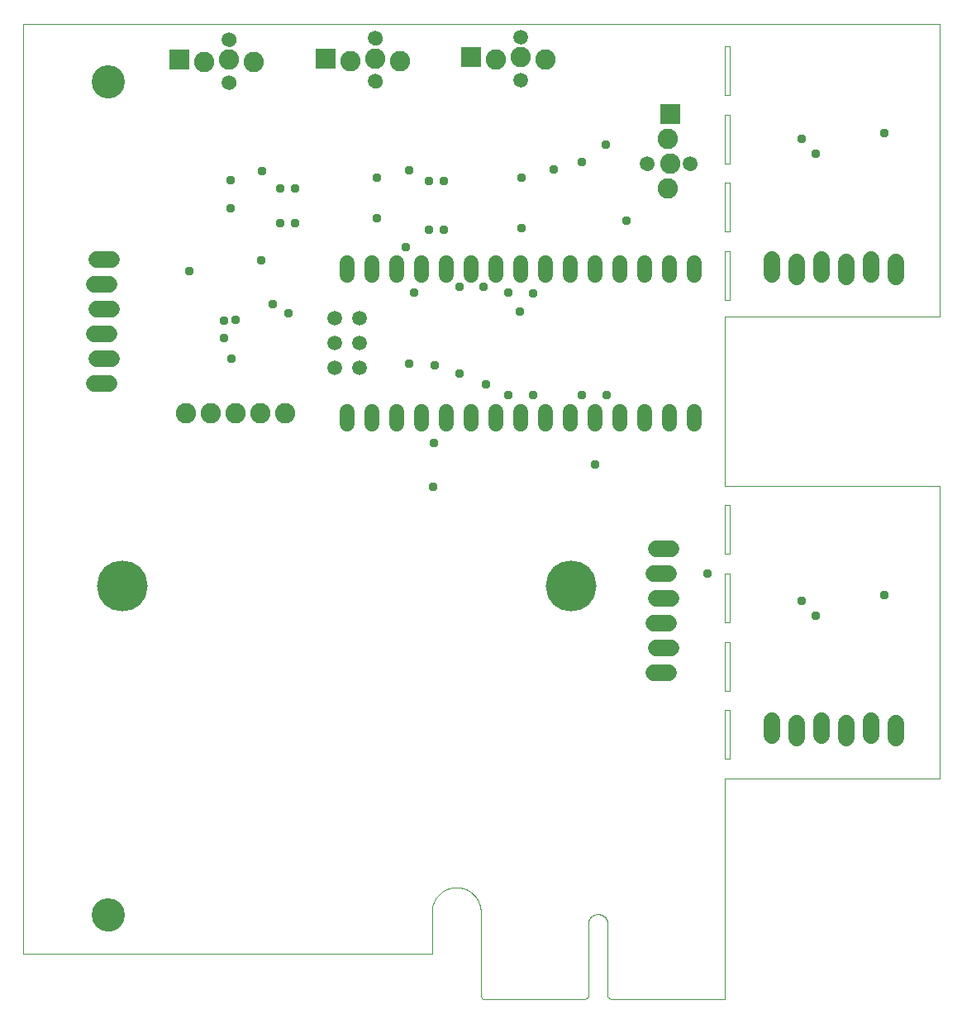
<source format=gbs>
G04 EAGLE Gerber RS-274X export*
G75*
%MOMM*%
%FSLAX34Y34*%
%LPD*%
%INSolder Mask bottom*%
%IPPOS*%
%AMOC8*
5,1,8,0,0,1.08239X$1,22.5*%
G01*
%ADD10C,0.000000*%
%ADD11C,3.403200*%
%ADD12C,0.000003*%
%ADD13C,1.511200*%
%ADD14C,1.511200*%
%ADD15C,1.727200*%
%ADD16R,2.082800X2.082800*%
%ADD17C,2.082800*%
%ADD18C,1.503200*%
%ADD19C,5.203200*%
%ADD20C,0.959600*%


D10*
X-317900Y87150D02*
X-317895Y87543D01*
X-317881Y87935D01*
X-317857Y88327D01*
X-317823Y88718D01*
X-317780Y89109D01*
X-317727Y89498D01*
X-317664Y89885D01*
X-317593Y90271D01*
X-317511Y90656D01*
X-317421Y91038D01*
X-317320Y91417D01*
X-317211Y91795D01*
X-317092Y92169D01*
X-316965Y92540D01*
X-316828Y92908D01*
X-316682Y93273D01*
X-316527Y93634D01*
X-316364Y93991D01*
X-316192Y94344D01*
X-316011Y94692D01*
X-315821Y95036D01*
X-315624Y95376D01*
X-315418Y95710D01*
X-315204Y96039D01*
X-314981Y96363D01*
X-314751Y96681D01*
X-314514Y96994D01*
X-314268Y97300D01*
X-314015Y97601D01*
X-313755Y97895D01*
X-313488Y98183D01*
X-313214Y98464D01*
X-312933Y98738D01*
X-312645Y99005D01*
X-312351Y99265D01*
X-312050Y99518D01*
X-311744Y99764D01*
X-311431Y100001D01*
X-311113Y100231D01*
X-310789Y100454D01*
X-310460Y100668D01*
X-310126Y100874D01*
X-309786Y101071D01*
X-309442Y101261D01*
X-309094Y101442D01*
X-308741Y101614D01*
X-308384Y101777D01*
X-308023Y101932D01*
X-307658Y102078D01*
X-307290Y102215D01*
X-306919Y102342D01*
X-306545Y102461D01*
X-306167Y102570D01*
X-305788Y102671D01*
X-305406Y102761D01*
X-305021Y102843D01*
X-304635Y102914D01*
X-304248Y102977D01*
X-303859Y103030D01*
X-303468Y103073D01*
X-303077Y103107D01*
X-302685Y103131D01*
X-302293Y103145D01*
X-301900Y103150D01*
X-301507Y103145D01*
X-301115Y103131D01*
X-300723Y103107D01*
X-300332Y103073D01*
X-299941Y103030D01*
X-299552Y102977D01*
X-299165Y102914D01*
X-298779Y102843D01*
X-298394Y102761D01*
X-298012Y102671D01*
X-297633Y102570D01*
X-297255Y102461D01*
X-296881Y102342D01*
X-296510Y102215D01*
X-296142Y102078D01*
X-295777Y101932D01*
X-295416Y101777D01*
X-295059Y101614D01*
X-294706Y101442D01*
X-294358Y101261D01*
X-294014Y101071D01*
X-293674Y100874D01*
X-293340Y100668D01*
X-293011Y100454D01*
X-292687Y100231D01*
X-292369Y100001D01*
X-292056Y99764D01*
X-291750Y99518D01*
X-291449Y99265D01*
X-291155Y99005D01*
X-290867Y98738D01*
X-290586Y98464D01*
X-290312Y98183D01*
X-290045Y97895D01*
X-289785Y97601D01*
X-289532Y97300D01*
X-289286Y96994D01*
X-289049Y96681D01*
X-288819Y96363D01*
X-288596Y96039D01*
X-288382Y95710D01*
X-288176Y95376D01*
X-287979Y95036D01*
X-287789Y94692D01*
X-287608Y94344D01*
X-287436Y93991D01*
X-287273Y93634D01*
X-287118Y93273D01*
X-286972Y92908D01*
X-286835Y92540D01*
X-286708Y92169D01*
X-286589Y91795D01*
X-286480Y91417D01*
X-286379Y91038D01*
X-286289Y90656D01*
X-286207Y90271D01*
X-286136Y89885D01*
X-286073Y89498D01*
X-286020Y89109D01*
X-285977Y88718D01*
X-285943Y88327D01*
X-285919Y87935D01*
X-285905Y87543D01*
X-285900Y87150D01*
X-285905Y86757D01*
X-285919Y86365D01*
X-285943Y85973D01*
X-285977Y85582D01*
X-286020Y85191D01*
X-286073Y84802D01*
X-286136Y84415D01*
X-286207Y84029D01*
X-286289Y83644D01*
X-286379Y83262D01*
X-286480Y82883D01*
X-286589Y82505D01*
X-286708Y82131D01*
X-286835Y81760D01*
X-286972Y81392D01*
X-287118Y81027D01*
X-287273Y80666D01*
X-287436Y80309D01*
X-287608Y79956D01*
X-287789Y79608D01*
X-287979Y79264D01*
X-288176Y78924D01*
X-288382Y78590D01*
X-288596Y78261D01*
X-288819Y77937D01*
X-289049Y77619D01*
X-289286Y77306D01*
X-289532Y77000D01*
X-289785Y76699D01*
X-290045Y76405D01*
X-290312Y76117D01*
X-290586Y75836D01*
X-290867Y75562D01*
X-291155Y75295D01*
X-291449Y75035D01*
X-291750Y74782D01*
X-292056Y74536D01*
X-292369Y74299D01*
X-292687Y74069D01*
X-293011Y73846D01*
X-293340Y73632D01*
X-293674Y73426D01*
X-294014Y73229D01*
X-294358Y73039D01*
X-294706Y72858D01*
X-295059Y72686D01*
X-295416Y72523D01*
X-295777Y72368D01*
X-296142Y72222D01*
X-296510Y72085D01*
X-296881Y71958D01*
X-297255Y71839D01*
X-297633Y71730D01*
X-298012Y71629D01*
X-298394Y71539D01*
X-298779Y71457D01*
X-299165Y71386D01*
X-299552Y71323D01*
X-299941Y71270D01*
X-300332Y71227D01*
X-300723Y71193D01*
X-301115Y71169D01*
X-301507Y71155D01*
X-301900Y71150D01*
X-302293Y71155D01*
X-302685Y71169D01*
X-303077Y71193D01*
X-303468Y71227D01*
X-303859Y71270D01*
X-304248Y71323D01*
X-304635Y71386D01*
X-305021Y71457D01*
X-305406Y71539D01*
X-305788Y71629D01*
X-306167Y71730D01*
X-306545Y71839D01*
X-306919Y71958D01*
X-307290Y72085D01*
X-307658Y72222D01*
X-308023Y72368D01*
X-308384Y72523D01*
X-308741Y72686D01*
X-309094Y72858D01*
X-309442Y73039D01*
X-309786Y73229D01*
X-310126Y73426D01*
X-310460Y73632D01*
X-310789Y73846D01*
X-311113Y74069D01*
X-311431Y74299D01*
X-311744Y74536D01*
X-312050Y74782D01*
X-312351Y75035D01*
X-312645Y75295D01*
X-312933Y75562D01*
X-313214Y75836D01*
X-313488Y76117D01*
X-313755Y76405D01*
X-314015Y76699D01*
X-314268Y77000D01*
X-314514Y77306D01*
X-314751Y77619D01*
X-314981Y77937D01*
X-315204Y78261D01*
X-315418Y78590D01*
X-315624Y78924D01*
X-315821Y79264D01*
X-316011Y79608D01*
X-316192Y79956D01*
X-316364Y80309D01*
X-316527Y80666D01*
X-316682Y81027D01*
X-316828Y81392D01*
X-316965Y81760D01*
X-317092Y82131D01*
X-317211Y82505D01*
X-317320Y82883D01*
X-317421Y83262D01*
X-317511Y83644D01*
X-317593Y84029D01*
X-317664Y84415D01*
X-317727Y84802D01*
X-317780Y85191D01*
X-317823Y85582D01*
X-317857Y85973D01*
X-317881Y86365D01*
X-317895Y86757D01*
X-317900Y87150D01*
D11*
X-301900Y87150D03*
D10*
X-317900Y941050D02*
X-317895Y941443D01*
X-317881Y941835D01*
X-317857Y942227D01*
X-317823Y942618D01*
X-317780Y943009D01*
X-317727Y943398D01*
X-317664Y943785D01*
X-317593Y944171D01*
X-317511Y944556D01*
X-317421Y944938D01*
X-317320Y945317D01*
X-317211Y945695D01*
X-317092Y946069D01*
X-316965Y946440D01*
X-316828Y946808D01*
X-316682Y947173D01*
X-316527Y947534D01*
X-316364Y947891D01*
X-316192Y948244D01*
X-316011Y948592D01*
X-315821Y948936D01*
X-315624Y949276D01*
X-315418Y949610D01*
X-315204Y949939D01*
X-314981Y950263D01*
X-314751Y950581D01*
X-314514Y950894D01*
X-314268Y951200D01*
X-314015Y951501D01*
X-313755Y951795D01*
X-313488Y952083D01*
X-313214Y952364D01*
X-312933Y952638D01*
X-312645Y952905D01*
X-312351Y953165D01*
X-312050Y953418D01*
X-311744Y953664D01*
X-311431Y953901D01*
X-311113Y954131D01*
X-310789Y954354D01*
X-310460Y954568D01*
X-310126Y954774D01*
X-309786Y954971D01*
X-309442Y955161D01*
X-309094Y955342D01*
X-308741Y955514D01*
X-308384Y955677D01*
X-308023Y955832D01*
X-307658Y955978D01*
X-307290Y956115D01*
X-306919Y956242D01*
X-306545Y956361D01*
X-306167Y956470D01*
X-305788Y956571D01*
X-305406Y956661D01*
X-305021Y956743D01*
X-304635Y956814D01*
X-304248Y956877D01*
X-303859Y956930D01*
X-303468Y956973D01*
X-303077Y957007D01*
X-302685Y957031D01*
X-302293Y957045D01*
X-301900Y957050D01*
X-301507Y957045D01*
X-301115Y957031D01*
X-300723Y957007D01*
X-300332Y956973D01*
X-299941Y956930D01*
X-299552Y956877D01*
X-299165Y956814D01*
X-298779Y956743D01*
X-298394Y956661D01*
X-298012Y956571D01*
X-297633Y956470D01*
X-297255Y956361D01*
X-296881Y956242D01*
X-296510Y956115D01*
X-296142Y955978D01*
X-295777Y955832D01*
X-295416Y955677D01*
X-295059Y955514D01*
X-294706Y955342D01*
X-294358Y955161D01*
X-294014Y954971D01*
X-293674Y954774D01*
X-293340Y954568D01*
X-293011Y954354D01*
X-292687Y954131D01*
X-292369Y953901D01*
X-292056Y953664D01*
X-291750Y953418D01*
X-291449Y953165D01*
X-291155Y952905D01*
X-290867Y952638D01*
X-290586Y952364D01*
X-290312Y952083D01*
X-290045Y951795D01*
X-289785Y951501D01*
X-289532Y951200D01*
X-289286Y950894D01*
X-289049Y950581D01*
X-288819Y950263D01*
X-288596Y949939D01*
X-288382Y949610D01*
X-288176Y949276D01*
X-287979Y948936D01*
X-287789Y948592D01*
X-287608Y948244D01*
X-287436Y947891D01*
X-287273Y947534D01*
X-287118Y947173D01*
X-286972Y946808D01*
X-286835Y946440D01*
X-286708Y946069D01*
X-286589Y945695D01*
X-286480Y945317D01*
X-286379Y944938D01*
X-286289Y944556D01*
X-286207Y944171D01*
X-286136Y943785D01*
X-286073Y943398D01*
X-286020Y943009D01*
X-285977Y942618D01*
X-285943Y942227D01*
X-285919Y941835D01*
X-285905Y941443D01*
X-285900Y941050D01*
X-285905Y940657D01*
X-285919Y940265D01*
X-285943Y939873D01*
X-285977Y939482D01*
X-286020Y939091D01*
X-286073Y938702D01*
X-286136Y938315D01*
X-286207Y937929D01*
X-286289Y937544D01*
X-286379Y937162D01*
X-286480Y936783D01*
X-286589Y936405D01*
X-286708Y936031D01*
X-286835Y935660D01*
X-286972Y935292D01*
X-287118Y934927D01*
X-287273Y934566D01*
X-287436Y934209D01*
X-287608Y933856D01*
X-287789Y933508D01*
X-287979Y933164D01*
X-288176Y932824D01*
X-288382Y932490D01*
X-288596Y932161D01*
X-288819Y931837D01*
X-289049Y931519D01*
X-289286Y931206D01*
X-289532Y930900D01*
X-289785Y930599D01*
X-290045Y930305D01*
X-290312Y930017D01*
X-290586Y929736D01*
X-290867Y929462D01*
X-291155Y929195D01*
X-291449Y928935D01*
X-291750Y928682D01*
X-292056Y928436D01*
X-292369Y928199D01*
X-292687Y927969D01*
X-293011Y927746D01*
X-293340Y927532D01*
X-293674Y927326D01*
X-294014Y927129D01*
X-294358Y926939D01*
X-294706Y926758D01*
X-295059Y926586D01*
X-295416Y926423D01*
X-295777Y926268D01*
X-296142Y926122D01*
X-296510Y925985D01*
X-296881Y925858D01*
X-297255Y925739D01*
X-297633Y925630D01*
X-298012Y925529D01*
X-298394Y925439D01*
X-298779Y925357D01*
X-299165Y925286D01*
X-299552Y925223D01*
X-299941Y925170D01*
X-300332Y925127D01*
X-300723Y925093D01*
X-301115Y925069D01*
X-301507Y925055D01*
X-301900Y925050D01*
X-302293Y925055D01*
X-302685Y925069D01*
X-303077Y925093D01*
X-303468Y925127D01*
X-303859Y925170D01*
X-304248Y925223D01*
X-304635Y925286D01*
X-305021Y925357D01*
X-305406Y925439D01*
X-305788Y925529D01*
X-306167Y925630D01*
X-306545Y925739D01*
X-306919Y925858D01*
X-307290Y925985D01*
X-307658Y926122D01*
X-308023Y926268D01*
X-308384Y926423D01*
X-308741Y926586D01*
X-309094Y926758D01*
X-309442Y926939D01*
X-309786Y927129D01*
X-310126Y927326D01*
X-310460Y927532D01*
X-310789Y927746D01*
X-311113Y927969D01*
X-311431Y928199D01*
X-311744Y928436D01*
X-312050Y928682D01*
X-312351Y928935D01*
X-312645Y929195D01*
X-312933Y929462D01*
X-313214Y929736D01*
X-313488Y930017D01*
X-313755Y930305D01*
X-314015Y930599D01*
X-314268Y930900D01*
X-314514Y931206D01*
X-314751Y931519D01*
X-314981Y931837D01*
X-315204Y932161D01*
X-315418Y932490D01*
X-315624Y932824D01*
X-315821Y933164D01*
X-316011Y933508D01*
X-316192Y933856D01*
X-316364Y934209D01*
X-316527Y934566D01*
X-316682Y934927D01*
X-316828Y935292D01*
X-316965Y935660D01*
X-317092Y936031D01*
X-317211Y936405D01*
X-317320Y936783D01*
X-317421Y937162D01*
X-317511Y937544D01*
X-317593Y937929D01*
X-317664Y938315D01*
X-317727Y938702D01*
X-317780Y939091D01*
X-317823Y939482D01*
X-317857Y939873D01*
X-317881Y940265D01*
X-317895Y940657D01*
X-317900Y941050D01*
D11*
X-301900Y941050D03*
D12*
X79900Y90500D02*
X79900Y3500D01*
X81900Y500D01*
X186900Y500D01*
X209900Y3500D02*
X209900Y78000D01*
X189900Y3500D02*
X186900Y500D01*
X209900Y3500D02*
X212900Y500D01*
X330000Y500D01*
X209900Y78000D02*
X209897Y78244D01*
X209888Y78487D01*
X209873Y78730D01*
X209853Y78973D01*
X209826Y79215D01*
X209793Y79456D01*
X209755Y79696D01*
X209711Y79936D01*
X209661Y80174D01*
X209605Y80411D01*
X209543Y80647D01*
X209476Y80881D01*
X209403Y81113D01*
X209324Y81344D01*
X209240Y81572D01*
X209150Y81799D01*
X209055Y82023D01*
X208954Y82245D01*
X208848Y82464D01*
X208737Y82680D01*
X208620Y82894D01*
X208499Y83105D01*
X208372Y83313D01*
X208240Y83518D01*
X208103Y83719D01*
X207961Y83917D01*
X207815Y84112D01*
X207664Y84303D01*
X207508Y84490D01*
X207348Y84673D01*
X207183Y84853D01*
X207014Y85028D01*
X206841Y85199D01*
X206663Y85366D01*
X206482Y85528D01*
X206297Y85686D01*
X206108Y85840D01*
X205915Y85989D01*
X205719Y86133D01*
X205519Y86272D01*
X205316Y86407D01*
X205109Y86536D01*
X204900Y86660D01*
X204688Y86779D01*
X204472Y86893D01*
X204255Y87002D01*
X204034Y87105D01*
X203811Y87203D01*
X203586Y87296D01*
X203358Y87383D01*
X203129Y87464D01*
X202897Y87540D01*
X202664Y87610D01*
X202429Y87675D01*
X202193Y87734D01*
X201955Y87787D01*
X201716Y87834D01*
X201476Y87875D01*
X201235Y87910D01*
X200994Y87940D01*
X200751Y87964D01*
X200508Y87981D01*
X200265Y87993D01*
X200022Y87999D01*
X199778Y87999D01*
X199535Y87993D01*
X199292Y87981D01*
X199049Y87964D01*
X198806Y87940D01*
X198565Y87910D01*
X198324Y87875D01*
X198084Y87834D01*
X197845Y87787D01*
X197607Y87734D01*
X197371Y87675D01*
X197136Y87610D01*
X196903Y87540D01*
X196671Y87464D01*
X196442Y87383D01*
X196214Y87296D01*
X195989Y87203D01*
X195766Y87105D01*
X195545Y87002D01*
X195328Y86893D01*
X195112Y86779D01*
X194900Y86660D01*
X194691Y86536D01*
X194484Y86407D01*
X194281Y86272D01*
X194081Y86133D01*
X193885Y85989D01*
X193692Y85840D01*
X193503Y85686D01*
X193318Y85528D01*
X193137Y85366D01*
X192959Y85199D01*
X192786Y85028D01*
X192617Y84853D01*
X192452Y84673D01*
X192292Y84490D01*
X192136Y84303D01*
X191985Y84112D01*
X191839Y83917D01*
X191697Y83719D01*
X191560Y83518D01*
X191428Y83313D01*
X191301Y83105D01*
X191180Y82894D01*
X191063Y82680D01*
X190952Y82464D01*
X190846Y82245D01*
X190745Y82023D01*
X190650Y81799D01*
X190560Y81572D01*
X190476Y81344D01*
X190397Y81113D01*
X190324Y80881D01*
X190257Y80647D01*
X190195Y80411D01*
X190139Y80174D01*
X190089Y79936D01*
X190045Y79696D01*
X190007Y79456D01*
X189974Y79215D01*
X189947Y78973D01*
X189927Y78730D01*
X189912Y78487D01*
X189903Y78244D01*
X189900Y78000D01*
X54900Y115500D02*
X54296Y115493D01*
X53692Y115471D01*
X53089Y115434D01*
X52487Y115383D01*
X51887Y115318D01*
X51288Y115238D01*
X50691Y115143D01*
X50097Y115034D01*
X49505Y114911D01*
X48917Y114774D01*
X48332Y114622D01*
X47751Y114456D01*
X47175Y114276D01*
X46602Y114083D01*
X46035Y113875D01*
X45473Y113654D01*
X44916Y113420D01*
X44365Y113172D01*
X43820Y112911D01*
X43282Y112636D01*
X42750Y112349D01*
X42226Y112049D01*
X41709Y111737D01*
X41200Y111412D01*
X40698Y111075D01*
X40205Y110725D01*
X39721Y110364D01*
X39245Y109992D01*
X38779Y109608D01*
X38322Y109213D01*
X37875Y108807D01*
X37437Y108390D01*
X37010Y107963D01*
X36593Y107525D01*
X36187Y107078D01*
X35792Y106621D01*
X35408Y106155D01*
X35036Y105679D01*
X34675Y105195D01*
X34325Y104702D01*
X33988Y104200D01*
X33663Y103691D01*
X33351Y103174D01*
X33051Y102650D01*
X32764Y102118D01*
X32489Y101580D01*
X32228Y101035D01*
X31980Y100484D01*
X31746Y99927D01*
X31525Y99365D01*
X31317Y98798D01*
X31124Y98225D01*
X30944Y97649D01*
X30778Y97068D01*
X30626Y96483D01*
X30489Y95895D01*
X30366Y95303D01*
X30257Y94709D01*
X30162Y94112D01*
X30082Y93513D01*
X30017Y92913D01*
X29966Y92311D01*
X29929Y91708D01*
X29907Y91104D01*
X29900Y90500D01*
X54900Y115500D02*
X55504Y115493D01*
X56108Y115471D01*
X56711Y115434D01*
X57313Y115383D01*
X57913Y115318D01*
X58512Y115238D01*
X59109Y115143D01*
X59703Y115034D01*
X60295Y114911D01*
X60883Y114774D01*
X61468Y114622D01*
X62049Y114456D01*
X62625Y114276D01*
X63198Y114083D01*
X63765Y113875D01*
X64327Y113654D01*
X64884Y113420D01*
X65435Y113172D01*
X65980Y112911D01*
X66518Y112636D01*
X67050Y112349D01*
X67574Y112049D01*
X68091Y111737D01*
X68600Y111412D01*
X69102Y111075D01*
X69595Y110725D01*
X70079Y110364D01*
X70555Y109992D01*
X71021Y109608D01*
X71478Y109213D01*
X71925Y108807D01*
X72363Y108390D01*
X72790Y107963D01*
X73207Y107525D01*
X73613Y107078D01*
X74008Y106621D01*
X74392Y106155D01*
X74764Y105679D01*
X75125Y105195D01*
X75475Y104702D01*
X75812Y104200D01*
X76137Y103691D01*
X76449Y103174D01*
X76749Y102650D01*
X77036Y102118D01*
X77311Y101580D01*
X77572Y101035D01*
X77820Y100484D01*
X78054Y99927D01*
X78275Y99365D01*
X78483Y98798D01*
X78676Y98225D01*
X78856Y97649D01*
X79022Y97068D01*
X79174Y96483D01*
X79311Y95895D01*
X79434Y95303D01*
X79543Y94709D01*
X79638Y94112D01*
X79718Y93513D01*
X79783Y92913D01*
X79834Y92311D01*
X79871Y91708D01*
X79893Y91104D01*
X79900Y90500D01*
X29900Y90500D02*
X29900Y47500D01*
X-389090Y47500D02*
X-389090Y1000030D01*
X330000Y1000030D01*
X189900Y78000D02*
X189900Y3500D01*
X-389090Y47498D02*
X-389090Y47500D01*
X29900Y47500D01*
D10*
X330000Y700000D02*
X550000Y700000D01*
X550000Y1000030D01*
X330000Y1000030D01*
X330000Y227050D02*
X550000Y227050D01*
X550000Y527050D01*
X330000Y527050D01*
X330000Y227050D02*
X330000Y500D01*
X330000Y527050D02*
X330000Y700000D01*
X335000Y297050D02*
X335000Y247050D01*
X330000Y247050D01*
X330000Y297050D02*
X335000Y297050D01*
X330000Y297050D02*
X330000Y247050D01*
X335000Y317050D02*
X335000Y367050D01*
X335000Y317050D02*
X330000Y317050D01*
X330000Y367050D02*
X335000Y367050D01*
X330000Y367050D02*
X330000Y317050D01*
X335000Y387050D02*
X335000Y437050D01*
X335000Y387050D02*
X330000Y387050D01*
X330000Y437050D02*
X335000Y437050D01*
X330000Y437050D02*
X330000Y387050D01*
X335000Y457050D02*
X335000Y507050D01*
X335000Y457050D02*
X330000Y457050D01*
X330000Y507050D02*
X335000Y507050D01*
X330000Y507050D02*
X330000Y457050D01*
X335000Y717050D02*
X335000Y767050D01*
X335000Y717050D02*
X330000Y717050D01*
X330000Y767050D02*
X335000Y767050D01*
X330000Y767050D02*
X330000Y717050D01*
X335000Y787050D02*
X335000Y837050D01*
X335000Y787050D02*
X330000Y787050D01*
X330000Y837050D02*
X335000Y837050D01*
X330000Y837050D02*
X330000Y787050D01*
X335000Y857050D02*
X335000Y907050D01*
X335000Y857050D02*
X330000Y857050D01*
X330000Y907050D02*
X335000Y907050D01*
X330000Y907050D02*
X330000Y857050D01*
X335000Y927050D02*
X335000Y977050D01*
X335000Y927050D02*
X330000Y927050D01*
X330000Y977050D02*
X335000Y977050D01*
X330000Y977050D02*
X330000Y927050D01*
D13*
X-57020Y603190D02*
X-57020Y590110D01*
X-31620Y590110D02*
X-31620Y603190D01*
X-6220Y603190D02*
X-6220Y590110D01*
X19180Y590110D02*
X19180Y603190D01*
X44580Y603190D02*
X44580Y590110D01*
X69980Y590110D02*
X69980Y603190D01*
X95380Y603190D02*
X95380Y590110D01*
X120780Y590110D02*
X120780Y603190D01*
X146180Y603190D02*
X146180Y590110D01*
X171580Y590110D02*
X171580Y603190D01*
X196980Y603190D02*
X196980Y590110D01*
X222380Y590110D02*
X222380Y603190D01*
X-57020Y742510D02*
X-57020Y755590D01*
X-31620Y755590D02*
X-31620Y742510D01*
X-6220Y742510D02*
X-6220Y755590D01*
X146180Y755590D02*
X146180Y742510D01*
X171580Y742510D02*
X171580Y755590D01*
X196980Y755590D02*
X196980Y742510D01*
X222380Y742510D02*
X222380Y755590D01*
X298580Y755590D02*
X298580Y742510D01*
X298580Y603190D02*
X298580Y590110D01*
X273180Y590110D02*
X273180Y603190D01*
X247780Y603190D02*
X247780Y590110D01*
X273180Y742510D02*
X273180Y755590D01*
X247780Y755590D02*
X247780Y742510D01*
X19180Y742510D02*
X19180Y755590D01*
D14*
X-44320Y698250D03*
X-44320Y672850D03*
X-44320Y647450D03*
D13*
X120780Y742510D02*
X120780Y755590D01*
X95380Y755590D02*
X95380Y742510D01*
X69980Y742510D02*
X69980Y755590D01*
X44580Y755590D02*
X44580Y742510D01*
D14*
X-69720Y698250D03*
X-69720Y672850D03*
X-69720Y647450D03*
D15*
X-298500Y758570D02*
X-313740Y758570D01*
X-316280Y733170D02*
X-301040Y733170D01*
X-298500Y707770D02*
X-313740Y707770D01*
X-316280Y682370D02*
X-301040Y682370D01*
X-298500Y656970D02*
X-313740Y656970D01*
X-316280Y631570D02*
X-301040Y631570D01*
X257510Y335650D02*
X272750Y335650D01*
X275290Y361050D02*
X260050Y361050D01*
X257510Y386450D02*
X272750Y386450D01*
X275290Y411850D02*
X260050Y411850D01*
X257510Y437250D02*
X272750Y437250D01*
X275290Y462650D02*
X260050Y462650D01*
D16*
X-228600Y963210D03*
D17*
X-203200Y960670D03*
X-177800Y963210D03*
X-152400Y960670D03*
D10*
X-184300Y983940D02*
X-184298Y984101D01*
X-184292Y984261D01*
X-184282Y984422D01*
X-184268Y984582D01*
X-184250Y984742D01*
X-184229Y984901D01*
X-184203Y985060D01*
X-184173Y985218D01*
X-184140Y985375D01*
X-184102Y985532D01*
X-184061Y985687D01*
X-184016Y985841D01*
X-183967Y985994D01*
X-183914Y986146D01*
X-183858Y986297D01*
X-183797Y986446D01*
X-183734Y986594D01*
X-183666Y986740D01*
X-183595Y986884D01*
X-183521Y987026D01*
X-183443Y987167D01*
X-183361Y987305D01*
X-183276Y987442D01*
X-183188Y987576D01*
X-183096Y987708D01*
X-183001Y987838D01*
X-182903Y987966D01*
X-182802Y988091D01*
X-182698Y988213D01*
X-182591Y988333D01*
X-182481Y988450D01*
X-182368Y988565D01*
X-182252Y988676D01*
X-182133Y988785D01*
X-182012Y988890D01*
X-181888Y988993D01*
X-181762Y989093D01*
X-181634Y989189D01*
X-181503Y989282D01*
X-181369Y989372D01*
X-181234Y989459D01*
X-181096Y989542D01*
X-180957Y989622D01*
X-180815Y989698D01*
X-180672Y989771D01*
X-180527Y989840D01*
X-180380Y989906D01*
X-180232Y989968D01*
X-180082Y990026D01*
X-179931Y990081D01*
X-179778Y990132D01*
X-179624Y990179D01*
X-179469Y990222D01*
X-179313Y990261D01*
X-179157Y990297D01*
X-178999Y990328D01*
X-178841Y990356D01*
X-178682Y990380D01*
X-178522Y990400D01*
X-178362Y990416D01*
X-178202Y990428D01*
X-178041Y990436D01*
X-177880Y990440D01*
X-177720Y990440D01*
X-177559Y990436D01*
X-177398Y990428D01*
X-177238Y990416D01*
X-177078Y990400D01*
X-176918Y990380D01*
X-176759Y990356D01*
X-176601Y990328D01*
X-176443Y990297D01*
X-176287Y990261D01*
X-176131Y990222D01*
X-175976Y990179D01*
X-175822Y990132D01*
X-175669Y990081D01*
X-175518Y990026D01*
X-175368Y989968D01*
X-175220Y989906D01*
X-175073Y989840D01*
X-174928Y989771D01*
X-174785Y989698D01*
X-174643Y989622D01*
X-174504Y989542D01*
X-174366Y989459D01*
X-174231Y989372D01*
X-174097Y989282D01*
X-173966Y989189D01*
X-173838Y989093D01*
X-173712Y988993D01*
X-173588Y988890D01*
X-173467Y988785D01*
X-173348Y988676D01*
X-173232Y988565D01*
X-173119Y988450D01*
X-173009Y988333D01*
X-172902Y988213D01*
X-172798Y988091D01*
X-172697Y987966D01*
X-172599Y987838D01*
X-172504Y987708D01*
X-172412Y987576D01*
X-172324Y987442D01*
X-172239Y987305D01*
X-172157Y987167D01*
X-172079Y987026D01*
X-172005Y986884D01*
X-171934Y986740D01*
X-171866Y986594D01*
X-171803Y986446D01*
X-171742Y986297D01*
X-171686Y986146D01*
X-171633Y985994D01*
X-171584Y985841D01*
X-171539Y985687D01*
X-171498Y985532D01*
X-171460Y985375D01*
X-171427Y985218D01*
X-171397Y985060D01*
X-171371Y984901D01*
X-171350Y984742D01*
X-171332Y984582D01*
X-171318Y984422D01*
X-171308Y984261D01*
X-171302Y984101D01*
X-171300Y983940D01*
X-171302Y983779D01*
X-171308Y983619D01*
X-171318Y983458D01*
X-171332Y983298D01*
X-171350Y983138D01*
X-171371Y982979D01*
X-171397Y982820D01*
X-171427Y982662D01*
X-171460Y982505D01*
X-171498Y982348D01*
X-171539Y982193D01*
X-171584Y982039D01*
X-171633Y981886D01*
X-171686Y981734D01*
X-171742Y981583D01*
X-171803Y981434D01*
X-171866Y981286D01*
X-171934Y981140D01*
X-172005Y980996D01*
X-172079Y980854D01*
X-172157Y980713D01*
X-172239Y980575D01*
X-172324Y980438D01*
X-172412Y980304D01*
X-172504Y980172D01*
X-172599Y980042D01*
X-172697Y979914D01*
X-172798Y979789D01*
X-172902Y979667D01*
X-173009Y979547D01*
X-173119Y979430D01*
X-173232Y979315D01*
X-173348Y979204D01*
X-173467Y979095D01*
X-173588Y978990D01*
X-173712Y978887D01*
X-173838Y978787D01*
X-173966Y978691D01*
X-174097Y978598D01*
X-174231Y978508D01*
X-174366Y978421D01*
X-174504Y978338D01*
X-174643Y978258D01*
X-174785Y978182D01*
X-174928Y978109D01*
X-175073Y978040D01*
X-175220Y977974D01*
X-175368Y977912D01*
X-175518Y977854D01*
X-175669Y977799D01*
X-175822Y977748D01*
X-175976Y977701D01*
X-176131Y977658D01*
X-176287Y977619D01*
X-176443Y977583D01*
X-176601Y977552D01*
X-176759Y977524D01*
X-176918Y977500D01*
X-177078Y977480D01*
X-177238Y977464D01*
X-177398Y977452D01*
X-177559Y977444D01*
X-177720Y977440D01*
X-177880Y977440D01*
X-178041Y977444D01*
X-178202Y977452D01*
X-178362Y977464D01*
X-178522Y977480D01*
X-178682Y977500D01*
X-178841Y977524D01*
X-178999Y977552D01*
X-179157Y977583D01*
X-179313Y977619D01*
X-179469Y977658D01*
X-179624Y977701D01*
X-179778Y977748D01*
X-179931Y977799D01*
X-180082Y977854D01*
X-180232Y977912D01*
X-180380Y977974D01*
X-180527Y978040D01*
X-180672Y978109D01*
X-180815Y978182D01*
X-180957Y978258D01*
X-181096Y978338D01*
X-181234Y978421D01*
X-181369Y978508D01*
X-181503Y978598D01*
X-181634Y978691D01*
X-181762Y978787D01*
X-181888Y978887D01*
X-182012Y978990D01*
X-182133Y979095D01*
X-182252Y979204D01*
X-182368Y979315D01*
X-182481Y979430D01*
X-182591Y979547D01*
X-182698Y979667D01*
X-182802Y979789D01*
X-182903Y979914D01*
X-183001Y980042D01*
X-183096Y980172D01*
X-183188Y980304D01*
X-183276Y980438D01*
X-183361Y980575D01*
X-183443Y980713D01*
X-183521Y980854D01*
X-183595Y980996D01*
X-183666Y981140D01*
X-183734Y981286D01*
X-183797Y981434D01*
X-183858Y981583D01*
X-183914Y981734D01*
X-183967Y981886D01*
X-184016Y982039D01*
X-184061Y982193D01*
X-184102Y982348D01*
X-184140Y982505D01*
X-184173Y982662D01*
X-184203Y982820D01*
X-184229Y982979D01*
X-184250Y983138D01*
X-184268Y983298D01*
X-184282Y983458D01*
X-184292Y983619D01*
X-184298Y983779D01*
X-184300Y983940D01*
D18*
X-177800Y983940D03*
D10*
X-184300Y939940D02*
X-184298Y940101D01*
X-184292Y940261D01*
X-184282Y940422D01*
X-184268Y940582D01*
X-184250Y940742D01*
X-184229Y940901D01*
X-184203Y941060D01*
X-184173Y941218D01*
X-184140Y941375D01*
X-184102Y941532D01*
X-184061Y941687D01*
X-184016Y941841D01*
X-183967Y941994D01*
X-183914Y942146D01*
X-183858Y942297D01*
X-183797Y942446D01*
X-183734Y942594D01*
X-183666Y942740D01*
X-183595Y942884D01*
X-183521Y943026D01*
X-183443Y943167D01*
X-183361Y943305D01*
X-183276Y943442D01*
X-183188Y943576D01*
X-183096Y943708D01*
X-183001Y943838D01*
X-182903Y943966D01*
X-182802Y944091D01*
X-182698Y944213D01*
X-182591Y944333D01*
X-182481Y944450D01*
X-182368Y944565D01*
X-182252Y944676D01*
X-182133Y944785D01*
X-182012Y944890D01*
X-181888Y944993D01*
X-181762Y945093D01*
X-181634Y945189D01*
X-181503Y945282D01*
X-181369Y945372D01*
X-181234Y945459D01*
X-181096Y945542D01*
X-180957Y945622D01*
X-180815Y945698D01*
X-180672Y945771D01*
X-180527Y945840D01*
X-180380Y945906D01*
X-180232Y945968D01*
X-180082Y946026D01*
X-179931Y946081D01*
X-179778Y946132D01*
X-179624Y946179D01*
X-179469Y946222D01*
X-179313Y946261D01*
X-179157Y946297D01*
X-178999Y946328D01*
X-178841Y946356D01*
X-178682Y946380D01*
X-178522Y946400D01*
X-178362Y946416D01*
X-178202Y946428D01*
X-178041Y946436D01*
X-177880Y946440D01*
X-177720Y946440D01*
X-177559Y946436D01*
X-177398Y946428D01*
X-177238Y946416D01*
X-177078Y946400D01*
X-176918Y946380D01*
X-176759Y946356D01*
X-176601Y946328D01*
X-176443Y946297D01*
X-176287Y946261D01*
X-176131Y946222D01*
X-175976Y946179D01*
X-175822Y946132D01*
X-175669Y946081D01*
X-175518Y946026D01*
X-175368Y945968D01*
X-175220Y945906D01*
X-175073Y945840D01*
X-174928Y945771D01*
X-174785Y945698D01*
X-174643Y945622D01*
X-174504Y945542D01*
X-174366Y945459D01*
X-174231Y945372D01*
X-174097Y945282D01*
X-173966Y945189D01*
X-173838Y945093D01*
X-173712Y944993D01*
X-173588Y944890D01*
X-173467Y944785D01*
X-173348Y944676D01*
X-173232Y944565D01*
X-173119Y944450D01*
X-173009Y944333D01*
X-172902Y944213D01*
X-172798Y944091D01*
X-172697Y943966D01*
X-172599Y943838D01*
X-172504Y943708D01*
X-172412Y943576D01*
X-172324Y943442D01*
X-172239Y943305D01*
X-172157Y943167D01*
X-172079Y943026D01*
X-172005Y942884D01*
X-171934Y942740D01*
X-171866Y942594D01*
X-171803Y942446D01*
X-171742Y942297D01*
X-171686Y942146D01*
X-171633Y941994D01*
X-171584Y941841D01*
X-171539Y941687D01*
X-171498Y941532D01*
X-171460Y941375D01*
X-171427Y941218D01*
X-171397Y941060D01*
X-171371Y940901D01*
X-171350Y940742D01*
X-171332Y940582D01*
X-171318Y940422D01*
X-171308Y940261D01*
X-171302Y940101D01*
X-171300Y939940D01*
X-171302Y939779D01*
X-171308Y939619D01*
X-171318Y939458D01*
X-171332Y939298D01*
X-171350Y939138D01*
X-171371Y938979D01*
X-171397Y938820D01*
X-171427Y938662D01*
X-171460Y938505D01*
X-171498Y938348D01*
X-171539Y938193D01*
X-171584Y938039D01*
X-171633Y937886D01*
X-171686Y937734D01*
X-171742Y937583D01*
X-171803Y937434D01*
X-171866Y937286D01*
X-171934Y937140D01*
X-172005Y936996D01*
X-172079Y936854D01*
X-172157Y936713D01*
X-172239Y936575D01*
X-172324Y936438D01*
X-172412Y936304D01*
X-172504Y936172D01*
X-172599Y936042D01*
X-172697Y935914D01*
X-172798Y935789D01*
X-172902Y935667D01*
X-173009Y935547D01*
X-173119Y935430D01*
X-173232Y935315D01*
X-173348Y935204D01*
X-173467Y935095D01*
X-173588Y934990D01*
X-173712Y934887D01*
X-173838Y934787D01*
X-173966Y934691D01*
X-174097Y934598D01*
X-174231Y934508D01*
X-174366Y934421D01*
X-174504Y934338D01*
X-174643Y934258D01*
X-174785Y934182D01*
X-174928Y934109D01*
X-175073Y934040D01*
X-175220Y933974D01*
X-175368Y933912D01*
X-175518Y933854D01*
X-175669Y933799D01*
X-175822Y933748D01*
X-175976Y933701D01*
X-176131Y933658D01*
X-176287Y933619D01*
X-176443Y933583D01*
X-176601Y933552D01*
X-176759Y933524D01*
X-176918Y933500D01*
X-177078Y933480D01*
X-177238Y933464D01*
X-177398Y933452D01*
X-177559Y933444D01*
X-177720Y933440D01*
X-177880Y933440D01*
X-178041Y933444D01*
X-178202Y933452D01*
X-178362Y933464D01*
X-178522Y933480D01*
X-178682Y933500D01*
X-178841Y933524D01*
X-178999Y933552D01*
X-179157Y933583D01*
X-179313Y933619D01*
X-179469Y933658D01*
X-179624Y933701D01*
X-179778Y933748D01*
X-179931Y933799D01*
X-180082Y933854D01*
X-180232Y933912D01*
X-180380Y933974D01*
X-180527Y934040D01*
X-180672Y934109D01*
X-180815Y934182D01*
X-180957Y934258D01*
X-181096Y934338D01*
X-181234Y934421D01*
X-181369Y934508D01*
X-181503Y934598D01*
X-181634Y934691D01*
X-181762Y934787D01*
X-181888Y934887D01*
X-182012Y934990D01*
X-182133Y935095D01*
X-182252Y935204D01*
X-182368Y935315D01*
X-182481Y935430D01*
X-182591Y935547D01*
X-182698Y935667D01*
X-182802Y935789D01*
X-182903Y935914D01*
X-183001Y936042D01*
X-183096Y936172D01*
X-183188Y936304D01*
X-183276Y936438D01*
X-183361Y936575D01*
X-183443Y936713D01*
X-183521Y936854D01*
X-183595Y936996D01*
X-183666Y937140D01*
X-183734Y937286D01*
X-183797Y937434D01*
X-183858Y937583D01*
X-183914Y937734D01*
X-183967Y937886D01*
X-184016Y938039D01*
X-184061Y938193D01*
X-184102Y938348D01*
X-184140Y938505D01*
X-184173Y938662D01*
X-184203Y938820D01*
X-184229Y938979D01*
X-184250Y939138D01*
X-184268Y939298D01*
X-184282Y939458D01*
X-184292Y939619D01*
X-184298Y939779D01*
X-184300Y939940D01*
D18*
X-177800Y939940D03*
D16*
X-78740Y964480D03*
D17*
X-53340Y961940D03*
X-27940Y964480D03*
X-2540Y961940D03*
D10*
X-34440Y985210D02*
X-34438Y985371D01*
X-34432Y985531D01*
X-34422Y985692D01*
X-34408Y985852D01*
X-34390Y986012D01*
X-34369Y986171D01*
X-34343Y986330D01*
X-34313Y986488D01*
X-34280Y986645D01*
X-34242Y986802D01*
X-34201Y986957D01*
X-34156Y987111D01*
X-34107Y987264D01*
X-34054Y987416D01*
X-33998Y987567D01*
X-33937Y987716D01*
X-33874Y987864D01*
X-33806Y988010D01*
X-33735Y988154D01*
X-33661Y988296D01*
X-33583Y988437D01*
X-33501Y988575D01*
X-33416Y988712D01*
X-33328Y988846D01*
X-33236Y988978D01*
X-33141Y989108D01*
X-33043Y989236D01*
X-32942Y989361D01*
X-32838Y989483D01*
X-32731Y989603D01*
X-32621Y989720D01*
X-32508Y989835D01*
X-32392Y989946D01*
X-32273Y990055D01*
X-32152Y990160D01*
X-32028Y990263D01*
X-31902Y990363D01*
X-31774Y990459D01*
X-31643Y990552D01*
X-31509Y990642D01*
X-31374Y990729D01*
X-31236Y990812D01*
X-31097Y990892D01*
X-30955Y990968D01*
X-30812Y991041D01*
X-30667Y991110D01*
X-30520Y991176D01*
X-30372Y991238D01*
X-30222Y991296D01*
X-30071Y991351D01*
X-29918Y991402D01*
X-29764Y991449D01*
X-29609Y991492D01*
X-29453Y991531D01*
X-29297Y991567D01*
X-29139Y991598D01*
X-28981Y991626D01*
X-28822Y991650D01*
X-28662Y991670D01*
X-28502Y991686D01*
X-28342Y991698D01*
X-28181Y991706D01*
X-28020Y991710D01*
X-27860Y991710D01*
X-27699Y991706D01*
X-27538Y991698D01*
X-27378Y991686D01*
X-27218Y991670D01*
X-27058Y991650D01*
X-26899Y991626D01*
X-26741Y991598D01*
X-26583Y991567D01*
X-26427Y991531D01*
X-26271Y991492D01*
X-26116Y991449D01*
X-25962Y991402D01*
X-25809Y991351D01*
X-25658Y991296D01*
X-25508Y991238D01*
X-25360Y991176D01*
X-25213Y991110D01*
X-25068Y991041D01*
X-24925Y990968D01*
X-24783Y990892D01*
X-24644Y990812D01*
X-24506Y990729D01*
X-24371Y990642D01*
X-24237Y990552D01*
X-24106Y990459D01*
X-23978Y990363D01*
X-23852Y990263D01*
X-23728Y990160D01*
X-23607Y990055D01*
X-23488Y989946D01*
X-23372Y989835D01*
X-23259Y989720D01*
X-23149Y989603D01*
X-23042Y989483D01*
X-22938Y989361D01*
X-22837Y989236D01*
X-22739Y989108D01*
X-22644Y988978D01*
X-22552Y988846D01*
X-22464Y988712D01*
X-22379Y988575D01*
X-22297Y988437D01*
X-22219Y988296D01*
X-22145Y988154D01*
X-22074Y988010D01*
X-22006Y987864D01*
X-21943Y987716D01*
X-21882Y987567D01*
X-21826Y987416D01*
X-21773Y987264D01*
X-21724Y987111D01*
X-21679Y986957D01*
X-21638Y986802D01*
X-21600Y986645D01*
X-21567Y986488D01*
X-21537Y986330D01*
X-21511Y986171D01*
X-21490Y986012D01*
X-21472Y985852D01*
X-21458Y985692D01*
X-21448Y985531D01*
X-21442Y985371D01*
X-21440Y985210D01*
X-21442Y985049D01*
X-21448Y984889D01*
X-21458Y984728D01*
X-21472Y984568D01*
X-21490Y984408D01*
X-21511Y984249D01*
X-21537Y984090D01*
X-21567Y983932D01*
X-21600Y983775D01*
X-21638Y983618D01*
X-21679Y983463D01*
X-21724Y983309D01*
X-21773Y983156D01*
X-21826Y983004D01*
X-21882Y982853D01*
X-21943Y982704D01*
X-22006Y982556D01*
X-22074Y982410D01*
X-22145Y982266D01*
X-22219Y982124D01*
X-22297Y981983D01*
X-22379Y981845D01*
X-22464Y981708D01*
X-22552Y981574D01*
X-22644Y981442D01*
X-22739Y981312D01*
X-22837Y981184D01*
X-22938Y981059D01*
X-23042Y980937D01*
X-23149Y980817D01*
X-23259Y980700D01*
X-23372Y980585D01*
X-23488Y980474D01*
X-23607Y980365D01*
X-23728Y980260D01*
X-23852Y980157D01*
X-23978Y980057D01*
X-24106Y979961D01*
X-24237Y979868D01*
X-24371Y979778D01*
X-24506Y979691D01*
X-24644Y979608D01*
X-24783Y979528D01*
X-24925Y979452D01*
X-25068Y979379D01*
X-25213Y979310D01*
X-25360Y979244D01*
X-25508Y979182D01*
X-25658Y979124D01*
X-25809Y979069D01*
X-25962Y979018D01*
X-26116Y978971D01*
X-26271Y978928D01*
X-26427Y978889D01*
X-26583Y978853D01*
X-26741Y978822D01*
X-26899Y978794D01*
X-27058Y978770D01*
X-27218Y978750D01*
X-27378Y978734D01*
X-27538Y978722D01*
X-27699Y978714D01*
X-27860Y978710D01*
X-28020Y978710D01*
X-28181Y978714D01*
X-28342Y978722D01*
X-28502Y978734D01*
X-28662Y978750D01*
X-28822Y978770D01*
X-28981Y978794D01*
X-29139Y978822D01*
X-29297Y978853D01*
X-29453Y978889D01*
X-29609Y978928D01*
X-29764Y978971D01*
X-29918Y979018D01*
X-30071Y979069D01*
X-30222Y979124D01*
X-30372Y979182D01*
X-30520Y979244D01*
X-30667Y979310D01*
X-30812Y979379D01*
X-30955Y979452D01*
X-31097Y979528D01*
X-31236Y979608D01*
X-31374Y979691D01*
X-31509Y979778D01*
X-31643Y979868D01*
X-31774Y979961D01*
X-31902Y980057D01*
X-32028Y980157D01*
X-32152Y980260D01*
X-32273Y980365D01*
X-32392Y980474D01*
X-32508Y980585D01*
X-32621Y980700D01*
X-32731Y980817D01*
X-32838Y980937D01*
X-32942Y981059D01*
X-33043Y981184D01*
X-33141Y981312D01*
X-33236Y981442D01*
X-33328Y981574D01*
X-33416Y981708D01*
X-33501Y981845D01*
X-33583Y981983D01*
X-33661Y982124D01*
X-33735Y982266D01*
X-33806Y982410D01*
X-33874Y982556D01*
X-33937Y982704D01*
X-33998Y982853D01*
X-34054Y983004D01*
X-34107Y983156D01*
X-34156Y983309D01*
X-34201Y983463D01*
X-34242Y983618D01*
X-34280Y983775D01*
X-34313Y983932D01*
X-34343Y984090D01*
X-34369Y984249D01*
X-34390Y984408D01*
X-34408Y984568D01*
X-34422Y984728D01*
X-34432Y984889D01*
X-34438Y985049D01*
X-34440Y985210D01*
D18*
X-27940Y985210D03*
D10*
X-34440Y941210D02*
X-34438Y941371D01*
X-34432Y941531D01*
X-34422Y941692D01*
X-34408Y941852D01*
X-34390Y942012D01*
X-34369Y942171D01*
X-34343Y942330D01*
X-34313Y942488D01*
X-34280Y942645D01*
X-34242Y942802D01*
X-34201Y942957D01*
X-34156Y943111D01*
X-34107Y943264D01*
X-34054Y943416D01*
X-33998Y943567D01*
X-33937Y943716D01*
X-33874Y943864D01*
X-33806Y944010D01*
X-33735Y944154D01*
X-33661Y944296D01*
X-33583Y944437D01*
X-33501Y944575D01*
X-33416Y944712D01*
X-33328Y944846D01*
X-33236Y944978D01*
X-33141Y945108D01*
X-33043Y945236D01*
X-32942Y945361D01*
X-32838Y945483D01*
X-32731Y945603D01*
X-32621Y945720D01*
X-32508Y945835D01*
X-32392Y945946D01*
X-32273Y946055D01*
X-32152Y946160D01*
X-32028Y946263D01*
X-31902Y946363D01*
X-31774Y946459D01*
X-31643Y946552D01*
X-31509Y946642D01*
X-31374Y946729D01*
X-31236Y946812D01*
X-31097Y946892D01*
X-30955Y946968D01*
X-30812Y947041D01*
X-30667Y947110D01*
X-30520Y947176D01*
X-30372Y947238D01*
X-30222Y947296D01*
X-30071Y947351D01*
X-29918Y947402D01*
X-29764Y947449D01*
X-29609Y947492D01*
X-29453Y947531D01*
X-29297Y947567D01*
X-29139Y947598D01*
X-28981Y947626D01*
X-28822Y947650D01*
X-28662Y947670D01*
X-28502Y947686D01*
X-28342Y947698D01*
X-28181Y947706D01*
X-28020Y947710D01*
X-27860Y947710D01*
X-27699Y947706D01*
X-27538Y947698D01*
X-27378Y947686D01*
X-27218Y947670D01*
X-27058Y947650D01*
X-26899Y947626D01*
X-26741Y947598D01*
X-26583Y947567D01*
X-26427Y947531D01*
X-26271Y947492D01*
X-26116Y947449D01*
X-25962Y947402D01*
X-25809Y947351D01*
X-25658Y947296D01*
X-25508Y947238D01*
X-25360Y947176D01*
X-25213Y947110D01*
X-25068Y947041D01*
X-24925Y946968D01*
X-24783Y946892D01*
X-24644Y946812D01*
X-24506Y946729D01*
X-24371Y946642D01*
X-24237Y946552D01*
X-24106Y946459D01*
X-23978Y946363D01*
X-23852Y946263D01*
X-23728Y946160D01*
X-23607Y946055D01*
X-23488Y945946D01*
X-23372Y945835D01*
X-23259Y945720D01*
X-23149Y945603D01*
X-23042Y945483D01*
X-22938Y945361D01*
X-22837Y945236D01*
X-22739Y945108D01*
X-22644Y944978D01*
X-22552Y944846D01*
X-22464Y944712D01*
X-22379Y944575D01*
X-22297Y944437D01*
X-22219Y944296D01*
X-22145Y944154D01*
X-22074Y944010D01*
X-22006Y943864D01*
X-21943Y943716D01*
X-21882Y943567D01*
X-21826Y943416D01*
X-21773Y943264D01*
X-21724Y943111D01*
X-21679Y942957D01*
X-21638Y942802D01*
X-21600Y942645D01*
X-21567Y942488D01*
X-21537Y942330D01*
X-21511Y942171D01*
X-21490Y942012D01*
X-21472Y941852D01*
X-21458Y941692D01*
X-21448Y941531D01*
X-21442Y941371D01*
X-21440Y941210D01*
X-21442Y941049D01*
X-21448Y940889D01*
X-21458Y940728D01*
X-21472Y940568D01*
X-21490Y940408D01*
X-21511Y940249D01*
X-21537Y940090D01*
X-21567Y939932D01*
X-21600Y939775D01*
X-21638Y939618D01*
X-21679Y939463D01*
X-21724Y939309D01*
X-21773Y939156D01*
X-21826Y939004D01*
X-21882Y938853D01*
X-21943Y938704D01*
X-22006Y938556D01*
X-22074Y938410D01*
X-22145Y938266D01*
X-22219Y938124D01*
X-22297Y937983D01*
X-22379Y937845D01*
X-22464Y937708D01*
X-22552Y937574D01*
X-22644Y937442D01*
X-22739Y937312D01*
X-22837Y937184D01*
X-22938Y937059D01*
X-23042Y936937D01*
X-23149Y936817D01*
X-23259Y936700D01*
X-23372Y936585D01*
X-23488Y936474D01*
X-23607Y936365D01*
X-23728Y936260D01*
X-23852Y936157D01*
X-23978Y936057D01*
X-24106Y935961D01*
X-24237Y935868D01*
X-24371Y935778D01*
X-24506Y935691D01*
X-24644Y935608D01*
X-24783Y935528D01*
X-24925Y935452D01*
X-25068Y935379D01*
X-25213Y935310D01*
X-25360Y935244D01*
X-25508Y935182D01*
X-25658Y935124D01*
X-25809Y935069D01*
X-25962Y935018D01*
X-26116Y934971D01*
X-26271Y934928D01*
X-26427Y934889D01*
X-26583Y934853D01*
X-26741Y934822D01*
X-26899Y934794D01*
X-27058Y934770D01*
X-27218Y934750D01*
X-27378Y934734D01*
X-27538Y934722D01*
X-27699Y934714D01*
X-27860Y934710D01*
X-28020Y934710D01*
X-28181Y934714D01*
X-28342Y934722D01*
X-28502Y934734D01*
X-28662Y934750D01*
X-28822Y934770D01*
X-28981Y934794D01*
X-29139Y934822D01*
X-29297Y934853D01*
X-29453Y934889D01*
X-29609Y934928D01*
X-29764Y934971D01*
X-29918Y935018D01*
X-30071Y935069D01*
X-30222Y935124D01*
X-30372Y935182D01*
X-30520Y935244D01*
X-30667Y935310D01*
X-30812Y935379D01*
X-30955Y935452D01*
X-31097Y935528D01*
X-31236Y935608D01*
X-31374Y935691D01*
X-31509Y935778D01*
X-31643Y935868D01*
X-31774Y935961D01*
X-31902Y936057D01*
X-32028Y936157D01*
X-32152Y936260D01*
X-32273Y936365D01*
X-32392Y936474D01*
X-32508Y936585D01*
X-32621Y936700D01*
X-32731Y936817D01*
X-32838Y936937D01*
X-32942Y937059D01*
X-33043Y937184D01*
X-33141Y937312D01*
X-33236Y937442D01*
X-33328Y937574D01*
X-33416Y937708D01*
X-33501Y937845D01*
X-33583Y937983D01*
X-33661Y938124D01*
X-33735Y938266D01*
X-33806Y938410D01*
X-33874Y938556D01*
X-33937Y938704D01*
X-33998Y938853D01*
X-34054Y939004D01*
X-34107Y939156D01*
X-34156Y939309D01*
X-34201Y939463D01*
X-34242Y939618D01*
X-34280Y939775D01*
X-34313Y939932D01*
X-34343Y940090D01*
X-34369Y940249D01*
X-34390Y940408D01*
X-34408Y940568D01*
X-34422Y940728D01*
X-34432Y940889D01*
X-34438Y941049D01*
X-34440Y941210D01*
D18*
X-27940Y941210D03*
D16*
X69850Y965750D03*
D17*
X95250Y963210D03*
X120650Y965750D03*
X146050Y963210D03*
D10*
X114150Y986480D02*
X114152Y986641D01*
X114158Y986801D01*
X114168Y986962D01*
X114182Y987122D01*
X114200Y987282D01*
X114221Y987441D01*
X114247Y987600D01*
X114277Y987758D01*
X114310Y987915D01*
X114348Y988072D01*
X114389Y988227D01*
X114434Y988381D01*
X114483Y988534D01*
X114536Y988686D01*
X114592Y988837D01*
X114653Y988986D01*
X114716Y989134D01*
X114784Y989280D01*
X114855Y989424D01*
X114929Y989566D01*
X115007Y989707D01*
X115089Y989845D01*
X115174Y989982D01*
X115262Y990116D01*
X115354Y990248D01*
X115449Y990378D01*
X115547Y990506D01*
X115648Y990631D01*
X115752Y990753D01*
X115859Y990873D01*
X115969Y990990D01*
X116082Y991105D01*
X116198Y991216D01*
X116317Y991325D01*
X116438Y991430D01*
X116562Y991533D01*
X116688Y991633D01*
X116816Y991729D01*
X116947Y991822D01*
X117081Y991912D01*
X117216Y991999D01*
X117354Y992082D01*
X117493Y992162D01*
X117635Y992238D01*
X117778Y992311D01*
X117923Y992380D01*
X118070Y992446D01*
X118218Y992508D01*
X118368Y992566D01*
X118519Y992621D01*
X118672Y992672D01*
X118826Y992719D01*
X118981Y992762D01*
X119137Y992801D01*
X119293Y992837D01*
X119451Y992868D01*
X119609Y992896D01*
X119768Y992920D01*
X119928Y992940D01*
X120088Y992956D01*
X120248Y992968D01*
X120409Y992976D01*
X120570Y992980D01*
X120730Y992980D01*
X120891Y992976D01*
X121052Y992968D01*
X121212Y992956D01*
X121372Y992940D01*
X121532Y992920D01*
X121691Y992896D01*
X121849Y992868D01*
X122007Y992837D01*
X122163Y992801D01*
X122319Y992762D01*
X122474Y992719D01*
X122628Y992672D01*
X122781Y992621D01*
X122932Y992566D01*
X123082Y992508D01*
X123230Y992446D01*
X123377Y992380D01*
X123522Y992311D01*
X123665Y992238D01*
X123807Y992162D01*
X123946Y992082D01*
X124084Y991999D01*
X124219Y991912D01*
X124353Y991822D01*
X124484Y991729D01*
X124612Y991633D01*
X124738Y991533D01*
X124862Y991430D01*
X124983Y991325D01*
X125102Y991216D01*
X125218Y991105D01*
X125331Y990990D01*
X125441Y990873D01*
X125548Y990753D01*
X125652Y990631D01*
X125753Y990506D01*
X125851Y990378D01*
X125946Y990248D01*
X126038Y990116D01*
X126126Y989982D01*
X126211Y989845D01*
X126293Y989707D01*
X126371Y989566D01*
X126445Y989424D01*
X126516Y989280D01*
X126584Y989134D01*
X126647Y988986D01*
X126708Y988837D01*
X126764Y988686D01*
X126817Y988534D01*
X126866Y988381D01*
X126911Y988227D01*
X126952Y988072D01*
X126990Y987915D01*
X127023Y987758D01*
X127053Y987600D01*
X127079Y987441D01*
X127100Y987282D01*
X127118Y987122D01*
X127132Y986962D01*
X127142Y986801D01*
X127148Y986641D01*
X127150Y986480D01*
X127148Y986319D01*
X127142Y986159D01*
X127132Y985998D01*
X127118Y985838D01*
X127100Y985678D01*
X127079Y985519D01*
X127053Y985360D01*
X127023Y985202D01*
X126990Y985045D01*
X126952Y984888D01*
X126911Y984733D01*
X126866Y984579D01*
X126817Y984426D01*
X126764Y984274D01*
X126708Y984123D01*
X126647Y983974D01*
X126584Y983826D01*
X126516Y983680D01*
X126445Y983536D01*
X126371Y983394D01*
X126293Y983253D01*
X126211Y983115D01*
X126126Y982978D01*
X126038Y982844D01*
X125946Y982712D01*
X125851Y982582D01*
X125753Y982454D01*
X125652Y982329D01*
X125548Y982207D01*
X125441Y982087D01*
X125331Y981970D01*
X125218Y981855D01*
X125102Y981744D01*
X124983Y981635D01*
X124862Y981530D01*
X124738Y981427D01*
X124612Y981327D01*
X124484Y981231D01*
X124353Y981138D01*
X124219Y981048D01*
X124084Y980961D01*
X123946Y980878D01*
X123807Y980798D01*
X123665Y980722D01*
X123522Y980649D01*
X123377Y980580D01*
X123230Y980514D01*
X123082Y980452D01*
X122932Y980394D01*
X122781Y980339D01*
X122628Y980288D01*
X122474Y980241D01*
X122319Y980198D01*
X122163Y980159D01*
X122007Y980123D01*
X121849Y980092D01*
X121691Y980064D01*
X121532Y980040D01*
X121372Y980020D01*
X121212Y980004D01*
X121052Y979992D01*
X120891Y979984D01*
X120730Y979980D01*
X120570Y979980D01*
X120409Y979984D01*
X120248Y979992D01*
X120088Y980004D01*
X119928Y980020D01*
X119768Y980040D01*
X119609Y980064D01*
X119451Y980092D01*
X119293Y980123D01*
X119137Y980159D01*
X118981Y980198D01*
X118826Y980241D01*
X118672Y980288D01*
X118519Y980339D01*
X118368Y980394D01*
X118218Y980452D01*
X118070Y980514D01*
X117923Y980580D01*
X117778Y980649D01*
X117635Y980722D01*
X117493Y980798D01*
X117354Y980878D01*
X117216Y980961D01*
X117081Y981048D01*
X116947Y981138D01*
X116816Y981231D01*
X116688Y981327D01*
X116562Y981427D01*
X116438Y981530D01*
X116317Y981635D01*
X116198Y981744D01*
X116082Y981855D01*
X115969Y981970D01*
X115859Y982087D01*
X115752Y982207D01*
X115648Y982329D01*
X115547Y982454D01*
X115449Y982582D01*
X115354Y982712D01*
X115262Y982844D01*
X115174Y982978D01*
X115089Y983115D01*
X115007Y983253D01*
X114929Y983394D01*
X114855Y983536D01*
X114784Y983680D01*
X114716Y983826D01*
X114653Y983974D01*
X114592Y984123D01*
X114536Y984274D01*
X114483Y984426D01*
X114434Y984579D01*
X114389Y984733D01*
X114348Y984888D01*
X114310Y985045D01*
X114277Y985202D01*
X114247Y985360D01*
X114221Y985519D01*
X114200Y985678D01*
X114182Y985838D01*
X114168Y985998D01*
X114158Y986159D01*
X114152Y986319D01*
X114150Y986480D01*
D18*
X120650Y986480D03*
D10*
X114150Y942480D02*
X114152Y942641D01*
X114158Y942801D01*
X114168Y942962D01*
X114182Y943122D01*
X114200Y943282D01*
X114221Y943441D01*
X114247Y943600D01*
X114277Y943758D01*
X114310Y943915D01*
X114348Y944072D01*
X114389Y944227D01*
X114434Y944381D01*
X114483Y944534D01*
X114536Y944686D01*
X114592Y944837D01*
X114653Y944986D01*
X114716Y945134D01*
X114784Y945280D01*
X114855Y945424D01*
X114929Y945566D01*
X115007Y945707D01*
X115089Y945845D01*
X115174Y945982D01*
X115262Y946116D01*
X115354Y946248D01*
X115449Y946378D01*
X115547Y946506D01*
X115648Y946631D01*
X115752Y946753D01*
X115859Y946873D01*
X115969Y946990D01*
X116082Y947105D01*
X116198Y947216D01*
X116317Y947325D01*
X116438Y947430D01*
X116562Y947533D01*
X116688Y947633D01*
X116816Y947729D01*
X116947Y947822D01*
X117081Y947912D01*
X117216Y947999D01*
X117354Y948082D01*
X117493Y948162D01*
X117635Y948238D01*
X117778Y948311D01*
X117923Y948380D01*
X118070Y948446D01*
X118218Y948508D01*
X118368Y948566D01*
X118519Y948621D01*
X118672Y948672D01*
X118826Y948719D01*
X118981Y948762D01*
X119137Y948801D01*
X119293Y948837D01*
X119451Y948868D01*
X119609Y948896D01*
X119768Y948920D01*
X119928Y948940D01*
X120088Y948956D01*
X120248Y948968D01*
X120409Y948976D01*
X120570Y948980D01*
X120730Y948980D01*
X120891Y948976D01*
X121052Y948968D01*
X121212Y948956D01*
X121372Y948940D01*
X121532Y948920D01*
X121691Y948896D01*
X121849Y948868D01*
X122007Y948837D01*
X122163Y948801D01*
X122319Y948762D01*
X122474Y948719D01*
X122628Y948672D01*
X122781Y948621D01*
X122932Y948566D01*
X123082Y948508D01*
X123230Y948446D01*
X123377Y948380D01*
X123522Y948311D01*
X123665Y948238D01*
X123807Y948162D01*
X123946Y948082D01*
X124084Y947999D01*
X124219Y947912D01*
X124353Y947822D01*
X124484Y947729D01*
X124612Y947633D01*
X124738Y947533D01*
X124862Y947430D01*
X124983Y947325D01*
X125102Y947216D01*
X125218Y947105D01*
X125331Y946990D01*
X125441Y946873D01*
X125548Y946753D01*
X125652Y946631D01*
X125753Y946506D01*
X125851Y946378D01*
X125946Y946248D01*
X126038Y946116D01*
X126126Y945982D01*
X126211Y945845D01*
X126293Y945707D01*
X126371Y945566D01*
X126445Y945424D01*
X126516Y945280D01*
X126584Y945134D01*
X126647Y944986D01*
X126708Y944837D01*
X126764Y944686D01*
X126817Y944534D01*
X126866Y944381D01*
X126911Y944227D01*
X126952Y944072D01*
X126990Y943915D01*
X127023Y943758D01*
X127053Y943600D01*
X127079Y943441D01*
X127100Y943282D01*
X127118Y943122D01*
X127132Y942962D01*
X127142Y942801D01*
X127148Y942641D01*
X127150Y942480D01*
X127148Y942319D01*
X127142Y942159D01*
X127132Y941998D01*
X127118Y941838D01*
X127100Y941678D01*
X127079Y941519D01*
X127053Y941360D01*
X127023Y941202D01*
X126990Y941045D01*
X126952Y940888D01*
X126911Y940733D01*
X126866Y940579D01*
X126817Y940426D01*
X126764Y940274D01*
X126708Y940123D01*
X126647Y939974D01*
X126584Y939826D01*
X126516Y939680D01*
X126445Y939536D01*
X126371Y939394D01*
X126293Y939253D01*
X126211Y939115D01*
X126126Y938978D01*
X126038Y938844D01*
X125946Y938712D01*
X125851Y938582D01*
X125753Y938454D01*
X125652Y938329D01*
X125548Y938207D01*
X125441Y938087D01*
X125331Y937970D01*
X125218Y937855D01*
X125102Y937744D01*
X124983Y937635D01*
X124862Y937530D01*
X124738Y937427D01*
X124612Y937327D01*
X124484Y937231D01*
X124353Y937138D01*
X124219Y937048D01*
X124084Y936961D01*
X123946Y936878D01*
X123807Y936798D01*
X123665Y936722D01*
X123522Y936649D01*
X123377Y936580D01*
X123230Y936514D01*
X123082Y936452D01*
X122932Y936394D01*
X122781Y936339D01*
X122628Y936288D01*
X122474Y936241D01*
X122319Y936198D01*
X122163Y936159D01*
X122007Y936123D01*
X121849Y936092D01*
X121691Y936064D01*
X121532Y936040D01*
X121372Y936020D01*
X121212Y936004D01*
X121052Y935992D01*
X120891Y935984D01*
X120730Y935980D01*
X120570Y935980D01*
X120409Y935984D01*
X120248Y935992D01*
X120088Y936004D01*
X119928Y936020D01*
X119768Y936040D01*
X119609Y936064D01*
X119451Y936092D01*
X119293Y936123D01*
X119137Y936159D01*
X118981Y936198D01*
X118826Y936241D01*
X118672Y936288D01*
X118519Y936339D01*
X118368Y936394D01*
X118218Y936452D01*
X118070Y936514D01*
X117923Y936580D01*
X117778Y936649D01*
X117635Y936722D01*
X117493Y936798D01*
X117354Y936878D01*
X117216Y936961D01*
X117081Y937048D01*
X116947Y937138D01*
X116816Y937231D01*
X116688Y937327D01*
X116562Y937427D01*
X116438Y937530D01*
X116317Y937635D01*
X116198Y937744D01*
X116082Y937855D01*
X115969Y937970D01*
X115859Y938087D01*
X115752Y938207D01*
X115648Y938329D01*
X115547Y938454D01*
X115449Y938582D01*
X115354Y938712D01*
X115262Y938844D01*
X115174Y938978D01*
X115089Y939115D01*
X115007Y939253D01*
X114929Y939394D01*
X114855Y939536D01*
X114784Y939680D01*
X114716Y939826D01*
X114653Y939974D01*
X114592Y940123D01*
X114536Y940274D01*
X114483Y940426D01*
X114434Y940579D01*
X114389Y940733D01*
X114348Y940888D01*
X114310Y941045D01*
X114277Y941202D01*
X114247Y941360D01*
X114221Y941519D01*
X114200Y941678D01*
X114182Y941838D01*
X114168Y941998D01*
X114158Y942159D01*
X114152Y942319D01*
X114150Y942480D01*
D18*
X120650Y942480D03*
D16*
X273710Y907480D03*
D17*
X271170Y882080D03*
X273710Y856680D03*
X271170Y831280D03*
D10*
X287940Y856680D02*
X287942Y856841D01*
X287948Y857001D01*
X287958Y857162D01*
X287972Y857322D01*
X287990Y857482D01*
X288011Y857641D01*
X288037Y857800D01*
X288067Y857958D01*
X288100Y858115D01*
X288138Y858272D01*
X288179Y858427D01*
X288224Y858581D01*
X288273Y858734D01*
X288326Y858886D01*
X288382Y859037D01*
X288443Y859186D01*
X288506Y859334D01*
X288574Y859480D01*
X288645Y859624D01*
X288719Y859766D01*
X288797Y859907D01*
X288879Y860045D01*
X288964Y860182D01*
X289052Y860316D01*
X289144Y860448D01*
X289239Y860578D01*
X289337Y860706D01*
X289438Y860831D01*
X289542Y860953D01*
X289649Y861073D01*
X289759Y861190D01*
X289872Y861305D01*
X289988Y861416D01*
X290107Y861525D01*
X290228Y861630D01*
X290352Y861733D01*
X290478Y861833D01*
X290606Y861929D01*
X290737Y862022D01*
X290871Y862112D01*
X291006Y862199D01*
X291144Y862282D01*
X291283Y862362D01*
X291425Y862438D01*
X291568Y862511D01*
X291713Y862580D01*
X291860Y862646D01*
X292008Y862708D01*
X292158Y862766D01*
X292309Y862821D01*
X292462Y862872D01*
X292616Y862919D01*
X292771Y862962D01*
X292927Y863001D01*
X293083Y863037D01*
X293241Y863068D01*
X293399Y863096D01*
X293558Y863120D01*
X293718Y863140D01*
X293878Y863156D01*
X294038Y863168D01*
X294199Y863176D01*
X294360Y863180D01*
X294520Y863180D01*
X294681Y863176D01*
X294842Y863168D01*
X295002Y863156D01*
X295162Y863140D01*
X295322Y863120D01*
X295481Y863096D01*
X295639Y863068D01*
X295797Y863037D01*
X295953Y863001D01*
X296109Y862962D01*
X296264Y862919D01*
X296418Y862872D01*
X296571Y862821D01*
X296722Y862766D01*
X296872Y862708D01*
X297020Y862646D01*
X297167Y862580D01*
X297312Y862511D01*
X297455Y862438D01*
X297597Y862362D01*
X297736Y862282D01*
X297874Y862199D01*
X298009Y862112D01*
X298143Y862022D01*
X298274Y861929D01*
X298402Y861833D01*
X298528Y861733D01*
X298652Y861630D01*
X298773Y861525D01*
X298892Y861416D01*
X299008Y861305D01*
X299121Y861190D01*
X299231Y861073D01*
X299338Y860953D01*
X299442Y860831D01*
X299543Y860706D01*
X299641Y860578D01*
X299736Y860448D01*
X299828Y860316D01*
X299916Y860182D01*
X300001Y860045D01*
X300083Y859907D01*
X300161Y859766D01*
X300235Y859624D01*
X300306Y859480D01*
X300374Y859334D01*
X300437Y859186D01*
X300498Y859037D01*
X300554Y858886D01*
X300607Y858734D01*
X300656Y858581D01*
X300701Y858427D01*
X300742Y858272D01*
X300780Y858115D01*
X300813Y857958D01*
X300843Y857800D01*
X300869Y857641D01*
X300890Y857482D01*
X300908Y857322D01*
X300922Y857162D01*
X300932Y857001D01*
X300938Y856841D01*
X300940Y856680D01*
X300938Y856519D01*
X300932Y856359D01*
X300922Y856198D01*
X300908Y856038D01*
X300890Y855878D01*
X300869Y855719D01*
X300843Y855560D01*
X300813Y855402D01*
X300780Y855245D01*
X300742Y855088D01*
X300701Y854933D01*
X300656Y854779D01*
X300607Y854626D01*
X300554Y854474D01*
X300498Y854323D01*
X300437Y854174D01*
X300374Y854026D01*
X300306Y853880D01*
X300235Y853736D01*
X300161Y853594D01*
X300083Y853453D01*
X300001Y853315D01*
X299916Y853178D01*
X299828Y853044D01*
X299736Y852912D01*
X299641Y852782D01*
X299543Y852654D01*
X299442Y852529D01*
X299338Y852407D01*
X299231Y852287D01*
X299121Y852170D01*
X299008Y852055D01*
X298892Y851944D01*
X298773Y851835D01*
X298652Y851730D01*
X298528Y851627D01*
X298402Y851527D01*
X298274Y851431D01*
X298143Y851338D01*
X298009Y851248D01*
X297874Y851161D01*
X297736Y851078D01*
X297597Y850998D01*
X297455Y850922D01*
X297312Y850849D01*
X297167Y850780D01*
X297020Y850714D01*
X296872Y850652D01*
X296722Y850594D01*
X296571Y850539D01*
X296418Y850488D01*
X296264Y850441D01*
X296109Y850398D01*
X295953Y850359D01*
X295797Y850323D01*
X295639Y850292D01*
X295481Y850264D01*
X295322Y850240D01*
X295162Y850220D01*
X295002Y850204D01*
X294842Y850192D01*
X294681Y850184D01*
X294520Y850180D01*
X294360Y850180D01*
X294199Y850184D01*
X294038Y850192D01*
X293878Y850204D01*
X293718Y850220D01*
X293558Y850240D01*
X293399Y850264D01*
X293241Y850292D01*
X293083Y850323D01*
X292927Y850359D01*
X292771Y850398D01*
X292616Y850441D01*
X292462Y850488D01*
X292309Y850539D01*
X292158Y850594D01*
X292008Y850652D01*
X291860Y850714D01*
X291713Y850780D01*
X291568Y850849D01*
X291425Y850922D01*
X291283Y850998D01*
X291144Y851078D01*
X291006Y851161D01*
X290871Y851248D01*
X290737Y851338D01*
X290606Y851431D01*
X290478Y851527D01*
X290352Y851627D01*
X290228Y851730D01*
X290107Y851835D01*
X289988Y851944D01*
X289872Y852055D01*
X289759Y852170D01*
X289649Y852287D01*
X289542Y852407D01*
X289438Y852529D01*
X289337Y852654D01*
X289239Y852782D01*
X289144Y852912D01*
X289052Y853044D01*
X288964Y853178D01*
X288879Y853315D01*
X288797Y853453D01*
X288719Y853594D01*
X288645Y853736D01*
X288574Y853880D01*
X288506Y854026D01*
X288443Y854174D01*
X288382Y854323D01*
X288326Y854474D01*
X288273Y854626D01*
X288224Y854779D01*
X288179Y854933D01*
X288138Y855088D01*
X288100Y855245D01*
X288067Y855402D01*
X288037Y855560D01*
X288011Y855719D01*
X287990Y855878D01*
X287972Y856038D01*
X287958Y856198D01*
X287948Y856359D01*
X287942Y856519D01*
X287940Y856680D01*
D18*
X294440Y856680D03*
D10*
X243940Y856680D02*
X243942Y856841D01*
X243948Y857001D01*
X243958Y857162D01*
X243972Y857322D01*
X243990Y857482D01*
X244011Y857641D01*
X244037Y857800D01*
X244067Y857958D01*
X244100Y858115D01*
X244138Y858272D01*
X244179Y858427D01*
X244224Y858581D01*
X244273Y858734D01*
X244326Y858886D01*
X244382Y859037D01*
X244443Y859186D01*
X244506Y859334D01*
X244574Y859480D01*
X244645Y859624D01*
X244719Y859766D01*
X244797Y859907D01*
X244879Y860045D01*
X244964Y860182D01*
X245052Y860316D01*
X245144Y860448D01*
X245239Y860578D01*
X245337Y860706D01*
X245438Y860831D01*
X245542Y860953D01*
X245649Y861073D01*
X245759Y861190D01*
X245872Y861305D01*
X245988Y861416D01*
X246107Y861525D01*
X246228Y861630D01*
X246352Y861733D01*
X246478Y861833D01*
X246606Y861929D01*
X246737Y862022D01*
X246871Y862112D01*
X247006Y862199D01*
X247144Y862282D01*
X247283Y862362D01*
X247425Y862438D01*
X247568Y862511D01*
X247713Y862580D01*
X247860Y862646D01*
X248008Y862708D01*
X248158Y862766D01*
X248309Y862821D01*
X248462Y862872D01*
X248616Y862919D01*
X248771Y862962D01*
X248927Y863001D01*
X249083Y863037D01*
X249241Y863068D01*
X249399Y863096D01*
X249558Y863120D01*
X249718Y863140D01*
X249878Y863156D01*
X250038Y863168D01*
X250199Y863176D01*
X250360Y863180D01*
X250520Y863180D01*
X250681Y863176D01*
X250842Y863168D01*
X251002Y863156D01*
X251162Y863140D01*
X251322Y863120D01*
X251481Y863096D01*
X251639Y863068D01*
X251797Y863037D01*
X251953Y863001D01*
X252109Y862962D01*
X252264Y862919D01*
X252418Y862872D01*
X252571Y862821D01*
X252722Y862766D01*
X252872Y862708D01*
X253020Y862646D01*
X253167Y862580D01*
X253312Y862511D01*
X253455Y862438D01*
X253597Y862362D01*
X253736Y862282D01*
X253874Y862199D01*
X254009Y862112D01*
X254143Y862022D01*
X254274Y861929D01*
X254402Y861833D01*
X254528Y861733D01*
X254652Y861630D01*
X254773Y861525D01*
X254892Y861416D01*
X255008Y861305D01*
X255121Y861190D01*
X255231Y861073D01*
X255338Y860953D01*
X255442Y860831D01*
X255543Y860706D01*
X255641Y860578D01*
X255736Y860448D01*
X255828Y860316D01*
X255916Y860182D01*
X256001Y860045D01*
X256083Y859907D01*
X256161Y859766D01*
X256235Y859624D01*
X256306Y859480D01*
X256374Y859334D01*
X256437Y859186D01*
X256498Y859037D01*
X256554Y858886D01*
X256607Y858734D01*
X256656Y858581D01*
X256701Y858427D01*
X256742Y858272D01*
X256780Y858115D01*
X256813Y857958D01*
X256843Y857800D01*
X256869Y857641D01*
X256890Y857482D01*
X256908Y857322D01*
X256922Y857162D01*
X256932Y857001D01*
X256938Y856841D01*
X256940Y856680D01*
X256938Y856519D01*
X256932Y856359D01*
X256922Y856198D01*
X256908Y856038D01*
X256890Y855878D01*
X256869Y855719D01*
X256843Y855560D01*
X256813Y855402D01*
X256780Y855245D01*
X256742Y855088D01*
X256701Y854933D01*
X256656Y854779D01*
X256607Y854626D01*
X256554Y854474D01*
X256498Y854323D01*
X256437Y854174D01*
X256374Y854026D01*
X256306Y853880D01*
X256235Y853736D01*
X256161Y853594D01*
X256083Y853453D01*
X256001Y853315D01*
X255916Y853178D01*
X255828Y853044D01*
X255736Y852912D01*
X255641Y852782D01*
X255543Y852654D01*
X255442Y852529D01*
X255338Y852407D01*
X255231Y852287D01*
X255121Y852170D01*
X255008Y852055D01*
X254892Y851944D01*
X254773Y851835D01*
X254652Y851730D01*
X254528Y851627D01*
X254402Y851527D01*
X254274Y851431D01*
X254143Y851338D01*
X254009Y851248D01*
X253874Y851161D01*
X253736Y851078D01*
X253597Y850998D01*
X253455Y850922D01*
X253312Y850849D01*
X253167Y850780D01*
X253020Y850714D01*
X252872Y850652D01*
X252722Y850594D01*
X252571Y850539D01*
X252418Y850488D01*
X252264Y850441D01*
X252109Y850398D01*
X251953Y850359D01*
X251797Y850323D01*
X251639Y850292D01*
X251481Y850264D01*
X251322Y850240D01*
X251162Y850220D01*
X251002Y850204D01*
X250842Y850192D01*
X250681Y850184D01*
X250520Y850180D01*
X250360Y850180D01*
X250199Y850184D01*
X250038Y850192D01*
X249878Y850204D01*
X249718Y850220D01*
X249558Y850240D01*
X249399Y850264D01*
X249241Y850292D01*
X249083Y850323D01*
X248927Y850359D01*
X248771Y850398D01*
X248616Y850441D01*
X248462Y850488D01*
X248309Y850539D01*
X248158Y850594D01*
X248008Y850652D01*
X247860Y850714D01*
X247713Y850780D01*
X247568Y850849D01*
X247425Y850922D01*
X247283Y850998D01*
X247144Y851078D01*
X247006Y851161D01*
X246871Y851248D01*
X246737Y851338D01*
X246606Y851431D01*
X246478Y851527D01*
X246352Y851627D01*
X246228Y851730D01*
X246107Y851835D01*
X245988Y851944D01*
X245872Y852055D01*
X245759Y852170D01*
X245649Y852287D01*
X245542Y852407D01*
X245438Y852529D01*
X245337Y852654D01*
X245239Y852782D01*
X245144Y852912D01*
X245052Y853044D01*
X244964Y853178D01*
X244879Y853315D01*
X244797Y853453D01*
X244719Y853594D01*
X244645Y853736D01*
X244574Y853880D01*
X244506Y854026D01*
X244443Y854174D01*
X244382Y854323D01*
X244326Y854474D01*
X244273Y854626D01*
X244224Y854779D01*
X244179Y854933D01*
X244138Y855088D01*
X244100Y855245D01*
X244067Y855402D01*
X244037Y855560D01*
X244011Y855719D01*
X243990Y855878D01*
X243972Y856038D01*
X243958Y856198D01*
X243948Y856359D01*
X243942Y856519D01*
X243940Y856680D01*
D18*
X250440Y856680D03*
D19*
X172800Y424550D03*
X-287200Y424550D03*
D17*
X-221800Y601350D03*
X-196400Y601350D03*
X-171000Y601350D03*
X-145600Y601350D03*
X-120200Y601350D03*
D15*
X378100Y743780D02*
X378100Y759020D01*
X403500Y756480D02*
X403500Y741240D01*
X428900Y743780D02*
X428900Y759020D01*
X454300Y756480D02*
X454300Y741240D01*
X479700Y743780D02*
X479700Y759020D01*
X505100Y756480D02*
X505100Y741240D01*
X378100Y286070D02*
X378100Y270830D01*
X403500Y268290D02*
X403500Y283530D01*
X428900Y286070D02*
X428900Y270830D01*
X454300Y268290D02*
X454300Y283530D01*
X479700Y286070D02*
X479700Y270830D01*
X505100Y268290D02*
X505100Y283530D01*
D20*
X-218500Y746550D03*
X-144200Y849450D03*
X6400Y850050D03*
X155000Y850750D03*
X229400Y798350D03*
X-145200Y757650D03*
X493000Y888000D03*
X409000Y882000D03*
X423000Y867000D03*
X493000Y415050D03*
X409000Y409050D03*
X423000Y394050D03*
X-175600Y656950D03*
X-171300Y696550D03*
X311900Y437250D03*
X-133000Y712750D03*
X-116700Y703750D03*
X120300Y705550D03*
X-183400Y696150D03*
X-183200Y678070D03*
X2900Y771450D03*
X31000Y525950D03*
X32300Y571050D03*
X32400Y650450D03*
X-176530Y840020D03*
X-176530Y810810D03*
X121920Y842560D03*
X121920Y790490D03*
X-26670Y842560D03*
X-26670Y800650D03*
X183500Y619450D03*
X183600Y858250D03*
X41910Y838750D03*
X41910Y789220D03*
X133800Y724050D03*
X133900Y620050D03*
X-110490Y831130D03*
X-110490Y795570D03*
X82700Y730650D03*
X84900Y630850D03*
X208700Y619850D03*
X208400Y876250D03*
X26670Y838750D03*
X26670Y789220D03*
X107900Y724450D03*
X108100Y619650D03*
X-125730Y831130D03*
X-125730Y795570D03*
X58300Y730850D03*
X58500Y642250D03*
X6200Y651850D03*
X11500Y724750D03*
X197200Y549050D03*
M02*

</source>
